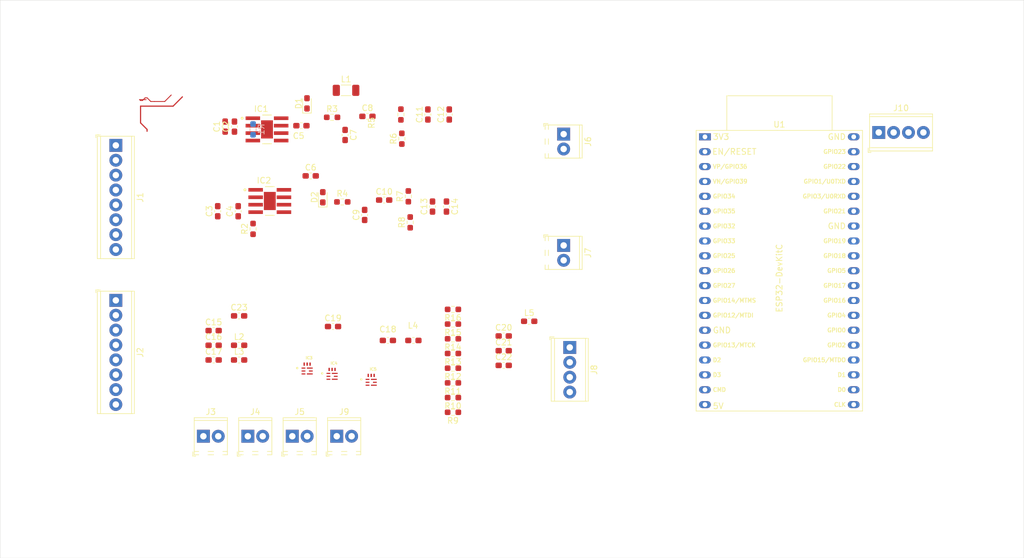
<source format=kicad_pcb>
(kicad_pcb (version 20240108) (generator "pcbnew") (generator_version "8.0")
  (layers (0 "F.Cu" signal "Top") (31 "B.Cu" signal "Bottom") (34 "B.Paste" user) (35 "F.Paste" user) (36 "B.SilkS" user "B.Silkscreen") (37 "F.SilkS" user "F.Silkscreen") (38 "B.Mask" user) (39 "F.Mask" user) (44 "Edge.Cuts" user))
  (net 0 "")
  (net 2 "Net-(IC1-RON)")
  (net 3 "GND")
  (net 4 "/Power/14V4")
  (net 5 "Net-(IC1-BST)")
  (net 6 "Net-(IC1-FB)")
  (net 7 "Net-(D1-K)")
  (net 8 "Net-(IC2-BST)")
  (net 9 "Net-(IC2-RON)")
  (net 11 "Net-(D2-K)")
  (net 12 "Net-(IC2-FB)")
  (net 13 "/Power/12VAMP")
  (net 14 "/Power/12V")
  (net 15 "Net-(C7-Pad1)")
  (net 16 "Net-(C10-Pad1)")
  (net 17 "Net-(IC3-SS{slash}TR)")
  (net 18 "Net-(IC4-SS{slash}TR)")
  (net 19 "Net-(IC5-SS{slash}TR)")
  (net 20 "Net-(IC3-SW)")
  (net 21 "Net-(IC4-SW)")
  (net 22 "Net-(IC5-SW)")
  (net 23 "Net-(IC3-MODE{slash}S-CONF)")
  (net 24 "Net-(IC3-PG)")
  (net 25 "Net-(IC3-FB{slash}VSET)")
  (net 26 "Net-(IC4-MODE{slash}S-CONF)")
  (net 27 "Net-(IC4-PG)")
  (net 28 "Net-(IC4-FB{slash}VSET)")
  (net 29 "Net-(IC5-MODE{slash}S-CONF)")
  (net 30 "Net-(IC5-PG)")
  (net 37 "Net-(J2-Pin_8)")
  (net 38 "Net-(J2-Pin_7)")
  (net 39 "Net-(J2-Pin_5)")
  (net 40 "Net-(J2-Pin_3)")
  (net 41 "Net-(J2-Pin_6)")
  (net 42 "Net-(J2-Pin_1)")
  (net 43 "Net-(J2-Pin_2)")
  (net 44 "Net-(J2-Pin_4)")
  (net 83 "3V3")
  (net 84 "1V8")
  (net 85 "1V2")
  (footprint "Capacitor_SMD:C_0603_1608Metric_Pad1.08x0.95mm_HandSolder" (layer "F.Cu") (at 72.54875 101.53125)
    (property "Reference" "C23" (at 0 -1.43 0) (layer "F.SilkS"))
    (property "Value" "22uF 1mR")
    (pad "1" smd roundrect (at -0.8625 0) (size 1.075 0.95) (layers "F.Cu" "F.Paste" "F.Mask") (net 3 "GND"))
    (pad "2" smd roundrect (at 0.8625 0) (size 1.075 0.95) (layers "F.Cu" "F.Paste" "F.Mask") (net 85 "1V2"))
  )
  (footprint "Resistor_SMD:R_0603_1608Metric_Pad0.98x0.95mm_HandSolder" (layer "F.Cu") (at 74.93 86.6775 90)
    (property "Reference" "R2" (at 0 -1.43 -90) (layer "F.SilkS"))
    (property "Value" "100kR")
    (pad "1" smd roundrect (at -0.9125 0 90) (size 0.975 0.95) (layers "F.Cu" "F.Paste" "F.Mask") (net 9 "Net-(IC2-RON)"))
    (pad "2" smd roundrect (at 0.9125 0 90) (size 0.975 0.95) (layers "F.Cu" "F.Paste" "F.Mask") (net 3 "GND"))
  )
  (footprint "Capacitor_SMD:C_0603_1608Metric_Pad1.08x0.95mm_HandSolder" (layer "F.Cu") (at 117.72375 107.47375)
    (property "Reference" "C21" (at 0 -1.43 0) (layer "F.SilkS"))
    (property "Value" "10uF 1mR")
    (pad "1" smd roundrect (at -0.8625 0) (size 1.075 0.95) (layers "F.Cu" "F.Paste" "F.Mask") (net 14 "/Power/12V"))
    (pad "2" smd roundrect (at 0.8625 0) (size 1.075 0.95) (layers "F.Cu" "F.Paste" "F.Mask") (net 3 "GND"))
  )
  (footprint "Resistor_SMD:R_0603_1608Metric_Pad0.98x0.95mm_HandSolder" (layer "F.Cu") (at 109.06125 112.97 180)
    (property "Reference" "R11" (at 0 -1.43 180) (layer "F.SilkS"))
    (property "Value" "249kR")
    (pad "1" smd roundrect (at -0.9125 0 180) (size 0.975 0.95) (layers "F.Cu" "F.Paste" "F.Mask") (net 3 "GND"))
    (pad "2" smd roundrect (at 0.9125 0 180) (size 0.975 0.95) (layers "F.Cu" "F.Paste" "F.Mask") (net 25 "Net-(IC3-FB{slash}VSET)"))
  )
  (footprint "Capacitor_SMD:C_0603_1608Metric_Pad1.08x0.95mm_HandSolder" (layer "F.Cu") (at 83.185 69.05625)
    (property "Reference" "C5" (at -0.47625 1.74625 0) (layer "F.SilkS"))
    (property "Value" "2.2nF 400mR")
    (pad "1" smd roundrect (at -0.8625 0) (size 1.075 0.95) (layers "F.Cu" "F.Paste" "F.Mask") (net 5 "Net-(IC1-BST)"))
    (pad "2" smd roundrect (at 0.8625 0) (size 1.075 0.95) (layers "F.Cu" "F.Paste" "F.Mask") (net 7 "Net-(D1-K)"))
  )
  (footprint "Resistor_SMD:R_0603_1608Metric_Pad0.98x0.95mm_HandSolder" (layer "F.Cu") (at 109.06125 110.46 180)
    (property "Reference" "R12" (at 0 -1.43 180) (layer "F.SilkS"))
    (property "Value" "40.2kR")
    (pad "1" smd roundrect (at -0.9125 0 180) (size 0.975 0.95) (layers "F.Cu" "F.Paste" "F.Mask") (net 26 "Net-(IC4-MODE{slash}S-CONF)"))
    (pad "2" smd roundrect (at 0.9125 0 180) (size 0.975 0.95) (layers "F.Cu" "F.Paste" "F.Mask") (net 3 "GND"))
  )
  (footprint "Resistor_SMD:R_0603_1608Metric_Pad0.98x0.95mm_HandSolder" (layer "F.Cu") (at 90.17 82.07375)
    (property "Reference" "R4" (at 0 -1.43 0) (layer "F.SilkS"))
    (property "Value" "40.404kR")
    (pad "1" smd roundrect (at -0.9125 0) (size 0.975 0.95) (layers "F.Cu" "F.Paste" "F.Mask") (net 11 "Net-(D2-K)"))
    (pad "2" smd roundrect (at 0.9125 0) (size 0.975 0.95) (layers "F.Cu" "F.Paste" "F.Mask") (net 16 "Net-(C10-Pad1)"))
  )
  (footprint "Capacitor_SMD:C_0603_1608Metric_Pad1.08x0.95mm_HandSolder" (layer "F.Cu") (at 68.19875 106.55125)
    (property "Reference" "C16" (at 0 -1.43 0) (layer "F.SilkS"))
    (property "Value" "22uF 1mR")
    (pad "1" smd roundrect (at -0.8625 0) (size 1.075 0.95) (layers "F.Cu" "F.Paste" "F.Mask") (net 3 "GND"))
    (pad "2" smd roundrect (at 0.8625 0) (size 1.075 0.95) (layers "F.Cu" "F.Paste" "F.Mask") (net 83 "3V3"))
  )
  (footprint "TerminalBlock_Phoenix:TerminalBlock_Phoenix_MPT-0,5-8-2.54_1x08_P2.54mm_Horizontal" (layer "F.Cu") (at 51.5 98.88 -90)
    (property "Reference" "J2" (at 8.89 -4.16 90) (layer "F.SilkS"))
    (property "Value" "Screw_Terminal_01x08")
    (pad "1" thru_hole rect (at 0 0 270) (size 2.2 2.2) (drill 1.1) (layers "*.Cu" "*.Mask") (net 42 "Net-(J2-Pin_1)"))
    (pad "2" thru_hole circle (at 2.54 0 270) (size 2.2 2.2) (drill 1.1) (layers "*.Cu" "*.Mask") (net 43 "Net-(J2-Pin_2)"))
    (pad "3" thru_hole circle (at 5.08 0 270) (size 2.2 2.2) (drill 1.1) (layers "*.Cu" "*.Mask") (net 40 "Net-(J2-Pin_3)"))
    (pad "4" thru_hole circle (at 7.62 0 270) (size 2.2 2.2) (drill 1.1) (layers "*.Cu" "*.Mask") (net 44 "Net-(J2-Pin_4)"))
    (pad "5" thru_hole circle (at 10.16 0 270) (size 2.2 2.2) (drill 1.1) (layers "*.Cu" "*.Mask") (net 39 "Net-(J2-Pin_5)"))
    (pad "6" thru_hole circle (at 12.7 0 270) (size 2.2 2.2) (drill 1.1) (layers "*.Cu" "*.Mask") (net 41 "Net-(J2-Pin_6)"))
    (pad "7" thru_hole circle (at 15.24 0 270) (size 2.2 2.2) (drill 1.1) (layers "*.Cu" "*.Mask") (net 38 "Net-(J2-Pin_7)"))
    (pad "8" thru_hole circle (at 17.78 0 270) (size 2.2 2.2) (drill 1.1) (layers "*.Cu" "*.Mask") (net 37 "Net-(J2-Pin_8)"))
  )
  (footprint "TerminalBlock_Phoenix:TerminalBlock_Phoenix_MPT-0,5-8-2.54_1x08_P2.54mm_Horizontal" (layer "F.Cu") (at 51.5 72.42 -90)
    (property "Reference" "J1" (at 8.89 -4.16 90) (layer "F.SilkS"))
    (property "Value" "Screw_Terminal_01x08")
    (pad "1" thru_hole rect (at 0 0 270) (size 2.2 2.2) (drill 1.1) (layers "*.Cu" "*.Mask"))
    (pad "2" thru_hole circle (at 2.54 0 270) (size 2.2 2.2) (drill 1.1) (layers "*.Cu" "*.Mask") (net 4 "/Power/14V4"))
    (pad "3" thru_hole circle (at 5.08 0 270) (size 2.2 2.2) (drill 1.1) (layers "*.Cu" "*.Mask") (net 3 "GND"))
    (pad "4" thru_hole circle (at 7.62 0 270) (size 2.2 2.2) (drill 1.1) (layers "*.Cu" "*.Mask"))
    (pad "5" thru_hole circle (at 10.16 0 270) (size 2.2 2.2) (drill 1.1) (layers "*.Cu" "*.Mask"))
    (pad "6" thru_hole circle (at 12.7 0 270) (size 2.2 2.2) (drill 1.1) (layers "*.Cu" "*.Mask"))
    (pad "7" thru_hole circle (at 15.24 0 270) (size 2.2 2.2) (drill 1.1) (layers "*.Cu" "*.Mask"))
    (pad "8" thru_hole circle (at 17.78 0 270) (size 2.2 2.2) (drill 1.1) (layers "*.Cu" "*.Mask"))
  )
  (footprint "TerminalBlock_Phoenix:TerminalBlock_Phoenix_MPT-0,5-4-2.54_1x04_P2.54mm_Horizontal" (layer "F.Cu") (at 129 106.92 -90)
    (property "Reference" "J8" (at 3.81 -4.16 90) (layer "F.SilkS"))
    (property "Value" "Screw_Terminal_01x04")
    (pad "1" thru_hole rect (at 0 0 270) (size 2.2 2.2) (drill 1.1) (layers "*.Cu" "*.Mask") (net 83 "3V3"))
    (pad "2" thru_hole circle (at 2.54 0 270) (size 2.2 2.2) (drill 1.1) (layers "*.Cu" "*.Mask") (net 84 "1V8"))
    (pad "3" thru_hole circle (at 5.08 0 270) (size 2.2 2.2) (drill 1.1) (layers "*.Cu" "*.Mask") (net 85 "1V2"))
    (pad "4" thru_hole circle (at 7.62 0 270) (size 2.2 2.2) (drill 1.1) (layers "*.Cu" "*.Mask") (net 3 "GND"))
  )
  (footprint "Resistor_SMD:R_0603_1608Metric_Pad0.98x0.95mm_HandSolder" (layer "F.Cu") (at 109.06125 107.95 180)
    (property "Reference" "R13" (at 0 -1.43 180) (layer "F.SilkS"))
    (property "Value" "100kR")
    (pad "1" smd roundrect (at -0.9125 0 180) (size 0.975 0.95) (layers "F.Cu" "F.Paste" "F.Mask") (net 27 "Net-(IC4-PG)"))
    (pad "2" smd roundrect (at 0.9125 0 180) (size 0.975 0.95) (layers "F.Cu" "F.Paste" "F.Mask") (net 84 "1V8"))
  )
  (footprint "Inductor_SMD:L_0603_1608Metric_Pad1.05x0.95mm_HandSolder" (layer "F.Cu") (at 102.29875 105.7275)
    (property "Reference" "L4" (at -0.06375 -2.54 0) (layer "F.SilkS"))
    (property "Value" "1uH 33mR")
    (pad "1" smd roundrect (at -0.875 0) (size 1.05 0.95) (layers "F.Cu" "F.Paste" "F.Mask") (net 21 "Net-(IC4-SW)"))
    (pad "2" smd roundrect (at 0.875 0) (size 1.05 0.95) (layers "F.Cu" "F.Paste" "F.Mask") (net 84 "1V8"))
  )
  (footprint "Resistor_SMD:R_0603_1608Metric_Pad0.98x0.95mm_HandSolder" (layer "F.Cu") (at 88.42375 67.6275)
    (property "Reference" "R3" (at 0 -1.43 0) (layer "F.SilkS"))
    (property "Value" "40.404kR")
    (pad "1" smd roundrect (at -0.9125 0) (size 0.975 0.95) (layers "F.Cu" "F.Paste" "F.Mask") (net 7 "Net-(D1-K)"))
    (pad "2" smd roundrect (at 0.9125 0) (size 0.975 0.95) (layers "F.Cu" "F.Paste" "F.Mask") (net 15 "Net-(C7-Pad1)"))
  )
  (footprint "Capacitor_SMD:C_0603_1608Metric_Pad1.08x0.95mm_HandSolder" (layer "F.Cu") (at 117.72375 104.96375)
    (property "Reference" "C20" (at 0 -1.43 0) (layer "F.SilkS"))
    (property "Value" "22uF 1mR")
    (pad "1" smd roundrect (at -0.8625 0) (size 1.075 0.95) (layers "F.Cu" "F.Paste" "F.Mask") (net 3 "GND"))
    (pad "2" smd roundrect (at 0.8625 0) (size 1.075 0.95) (layers "F.Cu" "F.Paste" "F.Mask") (net 84 "1V8"))
  )
  (footprint "Pers_Switching_Regulator:TPS62902RPJR" (layer "F.Cu") (at 95.10125 112.62125)
    (property "Reference" "IC5" (at 0.324 -1.9928 0) (layer "F.SilkS") (effects (font (size 0.48 0.48))))
    (property "Value" "TPS62902RPJR")
    (pad "1" smd rect (at -0.625 -0.25) (size 0.65 0.2) (layers "F.Cu" "F.Paste") (net 30 "Net-(IC5-PG)"))
    (pad "2" smd rect (at -0.625 0.25) (size 0.65 0.2) (layers "F.Cu" "F.Paste") (net 22 "Net-(IC5-SW)"))
    (pad "3" smd rect (at -0.625 0.75) (size 0.65 0.2) (layers "F.Cu" "F.Paste") (net 85 "1V2"))
    (pad "4" smd rect (at 0.45 0.75) (size 1 0.2) (layers "F.Cu" "F.Paste") (net 3 "GND"))
    (pad "5" smd rect (at 0.625 0.25) (size 0.65 0.2) (layers "F.Cu" "F.Paste") (net 14 "/Power/12V"))
    (pad "6" smd rect (at 0.45 -0.25) (size 1 0.2) (layers "F.Cu" "F.Paste") (net 14 "/Power/12V"))
    (pad "7" smd rect (at 0.5 -0.925) (size 0.25 0.55) (layers "F.Cu" "F.Paste") (net 29 "Net-(IC5-MODE{slash}S-CONF)"))
    (pad "8" smd rect (at 0 -0.925) (size 0.25 0.55) (layers "F.Cu" "F.Paste") (net 19 "Net-(IC5-SS{slash}TR)"))
    (pad "9" smd rect (at -0.5 -0.925) (size 0.25 0.55) (layers "F.Cu" "F.Paste") (net 3 "GND"))
  )
  (footprint "Inductor_SMD:L_1206_3216Metric_Pad1.22x1.90mm_HandSolder" (layer "F.Cu") (at 90.805 63.02375)
    (property "Reference" "L1" (at 0 -1.9 0) (layer "F.SilkS"))
    (property "Value" "47uH 48mR")
    (pad "1" smd roundrect (at -1.6625 0) (size 1.225 1.9) (layers "F.Cu" "F.Paste" "F.Mask") (roundrect_rratio 0.204082) (net 7 "Net-(D1-K)"))
    (pad "2" smd roundrect (at 1.6625 0) (size 1.225 1.9) (layers "F.Cu" "F.Paste" "F.Mask") (roundrect_rratio 0.204082) (net 13 "/Power/12VAMP"))
  )
  (footprint "Capacitor_SMD:C_0603_1608Metric_Pad1.08x0.95mm_HandSolder" (layer "F.Cu") (at 104.775 67.15125 90)
    (property "Reference" "C11" (at 0 -1.43 -90) (layer "F.SilkS"))
    (property "Value" "22uF 2mR")
    (pad "1" smd roundrect (at -0.8625 0 90) (size 1.075 0.95) (layers "F.Cu" "F.Paste" "F.Mask") (net 3 "GND"))
    (pad "2" smd roundrect (at 0.8625 0 90) (size 1.075 0.95) (layers "F.Cu" "F.Paste" "F.Mask") (net 13 "/Power/12VAMP"))
  )
  (footprint "Resistor_SMD:R_0603_1608Metric_Pad0.98x0.95mm_HandSolder" (layer "F.Cu") (at 100.33 71.27875 90)
    (property "Reference" "R6" (at 0 -1.43 -90) (layer "F.SilkS"))
    (property "Value" "49.9kR")
    (pad "1" smd roundrect (at -0.9125 0 90) (size 0.975 0.95) (layers "F.Cu" "F.Paste" "F.Mask") (net 3 "GND"))
    (pad "2" smd roundrect (at 0.9125 0 90) (size 0.975 0.95) (layers "F.Cu" "F.Paste" "F.Mask") (net 6 "Net-(IC1-FB)"))
  )
  (footprint "Capacitor_SMD:C_0603_1608Metric_Pad1.08x0.95mm_HandSolder" (layer "F.Cu") (at 90.64625 70.64375 -90)
    (property "Reference" "C7" (at 0 -1.43 90) (layer "F.SilkS"))
    (property "Value" "47pF 115mR")
    (pad "1" smd roundrect (at -0.8625 0 270) (size 1.075 0.95) (layers "F.Cu" "F.Paste" "F.Mask") (net 15 "Net-(C7-Pad1)"))
    (pad "2" smd roundrect (at 0.8625 0 270) (size 1.075 0.95) (layers "F.Cu" "F.Paste" "F.Mask") (net 6 "Net-(IC1-FB)"))
  )
  (footprint "Capacitor_SMD:C_0603_1608Metric_Pad1.08x0.95mm_HandSolder" (layer "F.Cu") (at 97.94875 105.7275)
    (property "Reference" "C18" (at 0 -1.905 0) (layer "F.SilkS"))
    (property "Value" "10uF 1mR")
    (pad "1" smd roundrect (at -0.8625 0) (size 1.075 0.95) (layers "F.Cu" "F.Paste" "F.Mask") (net 14 "/Power/12V"))
    (pad "2" smd roundrect (at 0.8625 0) (size 1.075 0.95) (layers "F.Cu" "F.Paste" "F.Mask") (net 3 "GND"))
  )
  (footprint "Resistor_SMD:R_0603_1608Metric_Pad0.98x0.95mm_HandSolder" (layer "F.Cu") (at 109.06125 117.99 180)
    (property "Reference" "R9" (at 0 -1.43 180) (layer "F.SilkS"))
    (property "Value" "40.2kR")
    (pad "1" smd roundrect (at -0.9125 0 180) (size 0.975 0.95) (layers "F.Cu" "F.Paste" "F.Mask") (net 23 "Net-(IC3-MODE{slash}S-CONF)"))
    (pad "2" smd roundrect (at 0.9125 0 180) (size 0.975 0.95) (layers "F.Cu" "F.Paste" "F.Mask") (net 3 "GND"))
  )
  (footprint "TerminalBlock_Phoenix:TerminalBlock_Phoenix_MPT-0,5-2-2.54_1x02_P2.54mm_Horizontal" (layer "F.Cu") (at 89.2175 122.07875)
    (property "Reference" "J9" (at 1.27 -4.16 0) (layer "F.SilkS"))
    (property "Value" "Screw_Terminal_01x02")
    (pad "" np_thru_hole circle (at 0 2.54) (size 1.1 1.1) (drill 1.1) (layers "*.Cu" "*.Mask"))
    (pad "" np_thru_hole circle (at 2.54 2.54) (size 1.1 1.1) (drill 1.1) (layers "*.Cu" "*.Mask"))
    (pad "1" thru_hole rect (at 0 0) (size 2.2 2.2) (drill 1.1) (layers "*.Cu" "*.Mask") (net 38 "Net-(J2-Pin_7)"))
    (pad "2" thru_hole circle (at 2.54 0) (size 2.2 2.2) (drill 1.1) (layers "*.Cu" "*.Mask") (net 37 "Net-(J2-Pin_8)"))
  )
  (footprint "Capacitor_SMD:C_0603_1608Metric_Pad1.08x0.95mm_HandSolder" (layer "F.Cu") (at 71.755 69.215 90)
    (property "Reference" "C2" (at 0 -1.43 -90) (layer "F.SilkS"))
    (property "Value" "2.2uF 1.73mR")
    (pad "1" smd roundrect (at -0.8625 0 90) (size 1.075 0.95) (layers "F.Cu" "F.Paste" "F.Mask") (net 4 "/Power/14V4"))
    (pad "2" smd roundrect (at 0.8625 0 90) (size 1.075 0.95) (layers "F.Cu" "F.Paste" "F.Mask") (net 3 "GND"))
  )
  (footprint "Capacitor_SMD:C_0603_1608Metric_Pad1.08x0.95mm_HandSolder" (layer "F.Cu") (at 97.31375 81.75625)
    (property "Reference" "C10" (at 0 -1.43 0) (layer "F.SilkS"))
    (property "Value" "3.3nF 332mR")
    (pad "1" smd roundrect (at -0.8625 0) (size 1.075 0.95) (layers "F.Cu" "F.Paste" "F.Mask") (net 16 "Net-(C10-Pad1)"))
    (pad "2" smd roundrect (at 0.8625 0) (size 1.075 0.95) (layers "F.Cu" "F.Paste" "F.Mask") (net 14 "/Power/12V"))
  )
  (footprint "Capacitor_SMD:C_0603_1608Metric_Pad1.08x0.95mm_HandSolder" (layer "F.Cu") (at 94.45625 67.46875)
    (property "Reference" "C8" (at 0 -1.43 0) (layer "F.SilkS"))
    (property "Value" "3.3nF 332mR")
    (pad "1" smd roundrect (at -0.8625 0) (size 1.075 0.95) (layers "F.Cu" "F.Paste" "F.Mask") (net 15 "Net-(C7-Pad1)"))
    (pad "2" smd roundrect (at 0.8625 0) (size 1.075 0.95) (layers "F.Cu" "F.Paste" "F.Mask") (net 13 "/Power/12VAMP"))
  )
  (footprint "Pers_Switching_Regulator:TPS62902RPJR" (layer "F.Cu") (at 84.16375 110.6925)
    (property "Reference" "IC3" (at 0.324 -1.9928 0) (layer "F.SilkS") (effects (font (size 0.48 0.48))))
    (property "Value" "TPS62902RPJR")
    (pad "1" smd rect (at -0.625 -0.25) (size 0.65 0.2) (layers "F.Cu" "F.Paste") (net 24 "Net-(IC3-PG)"))
    (pad "2" smd rect (at -0.625 0.25) (size 0.65 0.2) (layers "F.Cu" "F.Paste") (net 20 "Net-(IC3-SW)"))
    (pad "3" smd rect (at -0.625 0.75) (size 0.65 0.2) (layers "F.Cu" "F.Paste") (net 83 "3V3"))
    (pad "4" smd rect (at 0.45 0.75) (size 1 0.2) (layers "F.Cu" "F.Paste") (net 3 "GND"))
    (pad "5" smd rect (at 0.625 0.25) (size 0.65 0.2) (layers "F.Cu" "F.Paste") (net 14 "/Power/12V"))
    (pad "6" smd rect (at 0.45 -0.25) (size 1 0.2) (layers "F.Cu" "F.Paste") (net 14 "/Power/12V"))
    (pad "7" smd rect (at 0.5 -0.925) (size 0.25 0.55) (layers "F.Cu" "F.Paste") (net 23 "Net-(IC3-MODE{slash}S-CONF)"))
    (pad "8" smd rect (at 0 -0.925) (size 0.25 0.55) (layers "F.Cu" "F.Paste") (net 17 "Net-(IC3-SS{slash}TR)"))
    (pad "9" smd rect (at -0.5 -0.925) (size 0.25 0.55) (layers "F.Cu" "F.Paste") (net 25 "Net-(IC3-FB{slash}VSET)"))
  )
  (footprint "Capacitor_SMD:C_0603_1608Metric_Pad1.08x0.95mm_HandSolder" (layer "F.Cu") (at 88.5825 103.34625)
    (property "Reference" "C19" (at 0 -1.43 0) (layer "F.SilkS"))
    (property "Value" "1nF 1mR")
    (pad "1" smd roundrect (at -0.8625 0) (size 1.075 0.95) (layers "F.Cu" "F.Paste" "F.Mask") (net 18 "Net-(IC4-SS{slash}TR)"))
    (pad "2" smd roundrect (at 0.8625 0) (size 1.075 0.95) (layers "F.Cu" "F.Paste" "F.Mask") (net 3 "GND"))
  )
  (footprint "Pers_Switching_Regulator:LM5012" (layer "F.Cu") (at 77.31125 69.69125)
    (property "Reference" "IC1" (at -1 -3.5 0) (layer "F.SilkS"))
    (property "Value" "LM5012DDAR" (hide yes))
    (pad "1" smd rect (at -2.416066 -1.905) (size 2.474067 0.622132) (layers "F.Cu" "F.Paste" "F.Mask") (net 3 "GND"))
    (pad "2" smd rect (at -2.416066 -0.635) (size 2.474067 0.622132) (layers "F.Cu" "F.Paste" "F.Mask") (net 4 "/Power/14V4"))
    (pad "3" smd rect (at -2.416066 0.635) (size 2.474067 0.622132) (layers "F.Cu" "F.Paste" "F.Mask") (net 4 "/Power/14V4"))
    (pad "4" smd rect (at -2.416066 1.905) (size 2.474067 0.622132) (layers "F.Cu" "F.Paste" "F.Mask") (net 2 "Net-(IC1-RON)"))
    (pad "5" smd rect (at 2.416066 1.905) (size 2.474067 0.622132) (layers "F.Cu" "F.Paste" "F.Mask") (net 6 "Net-(IC1-FB)"))
    (pad "6" smd rect (at 2.416066 0.635) (size 2.474067 0.622132) (layers "F.Cu" "F.Paste" "F.Mask"))
    (pad "7" smd rect (at 2.416066 -0.635) (size 2.474067 0.622132) (layers "F.Cu" "F.Paste" "F.Mask") (net 5 "Net-(IC1-BST)"))
    (pad "8" smd rect (at 2.416066 -1.905) (size 2.474067 0.622132) (layers "F.Cu" "F.Paste" "F.Mask") (net 7 "Net-(D1-K)"))
    (pad "9" smd rect (at 0 0) (size 2.025 3.099999) (layers "F.Cu" "F.Mask") (net 3 "GND"))
  )
  (footprint "Capacitor_SMD:C_0603_1608Metric_Pad1.08x0.95mm_HandSolder" (layer "F.Cu") (at 84.7725 77.62875)
    (property "Reference" "C6" (at 0 -1.43 0) (layer "F.SilkS"))
    (property "Value" "2.2nF 400mR")
    (pad "1" smd roundrect (at -0.8625 0) (size 1.075 0.95) (layers "F.Cu" "F.Paste" "F.Mask") (net 8 "Net-(IC2-BST)"))
    (pad "2" smd roundrect (at 0.8625 0) (size 1.075 0.95) (layers "F.Cu" "F.Paste" "F.Mask") (net 11 "Net-(D2-K)"))
  )
  (footprint "Capacitor_SMD:C_0603_1608Metric_Pad1.08x0.95mm_HandSolder" (layer "F.Cu") (at 68.19875 104.04125)
    (property "Reference" "C15" (at 0 -1.43 0) (layer "F.SilkS"))
    (property "Value" "10uF 1mR")
    (pad "1" smd roundrect (at -0.8625 0) (size 1.075 0.95) (layers "F.Cu" "F.Paste" "F.Mask") (net 14 "/Power/12V"))
    (pad "2" smd roundrect (at 0.8625 0) (size 1.075 0.95) (layers "F.Cu" "F.Paste" "F.Mask") (net 3 "GND"))
  )
  (footprint "Resistor_SMD:R_0603_1608Metric_Pad0.98x0.95mm_HandSolder" (layer "F.Cu") (at 109.06125 115.48 180)
    (property "Reference" "R10" (at 0 -1.43 180) (layer "F.SilkS"))
    (property "Value" "100kR")
    (pad "1" smd roundrect (at -0.9125 0 180) (size 0.975 0.95) (layers "F.Cu" "F.Paste" "F.Mask") (net 24 "Net-(IC3-PG)"))
    (pad "2" smd roundrect (at 0.9125 0 180) (size 0.975 0.95) (layers "F.Cu" "F.Paste" "F.Mask") (net 83 "3V3"))
  )
  (footprint "Diode_SMD:D_0603_1608Metric_Pad1.05x0.95mm_HandSolder" (layer "F.Cu") (at 86.83625 81.28 90)
    (property "Reference" "D2" (at 0 -1.43 -90) (layer "F.SilkS"))
    (property "Value" "1.05V 10A")
    (pad "1" smd roundrect (at -0.875 0 90) (size 1.05 0.95) (layers "F.Cu" "F.Paste" "F.Mask") (net 11 "Net-(D2-K)"))
    (pad "2" smd roundrect (at 0.875 0 90) (size 1.05 0.95) (layers "F.Cu" "F.Paste" "F.Mask") (net 3 "GND"))
  )
  (footprint "Pers_Switching_Regulator:LM5012" (layer "F.Cu") (at 77.7875 81.915)
    (property "Reference" "IC2" (at -1 -3.5 0) (layer "F.SilkS"))
    (property "Value" "LM5012DDAR" (hide yes))
    (pad "1" smd rect (at -2.416066 -1.905) (size 2.474067 0.622132) (layers "F.Cu" "F.Paste" "F.Mask") (net 3 "GND"))
    (pad "2" smd rect (at -2.416066 -0.635) (size 2.474067 0.622132) (layers "F.Cu" "F.Paste" "F.Mask") (net 4 "/Power/14V4"))
    (pad "3" smd rect (at -2.416066 0.635) (size 2.474067 0.622132) (layers "F.Cu" "F.Paste" "F.Mask") (net 4 "/Power/14V4"))
    (pad "4" smd rect (at -2.416066 1.905) (size 2.474067 0.622132) (layers "F.Cu" "F.Paste" "F.Mask") (net 9 "Net-(IC2-RON)"))
    (pad "5" smd rect (at 2.416066 1.905) (size 2.474067 0.622132) (layers "F.Cu" "F.Paste" "F.Mask") (net 12 "Net-(IC2-FB)"))
    (pad "6" smd rect (at 2.416066 0.635) (size 2.474067 0.622132) (layers "F.Cu" "F.Paste" "F.Mask"))
    (pad "7" smd rect (at 2.416066 -0.635) (size 2.474067 0.622132) (layers "F.Cu" "F.Paste" "F.Mask") (net 8 "Net-(IC2-BST)"))
    (pad "8" smd rect (at 2.416066 -1.905) (size 2.474067 0.622132) (layers "F.Cu" "F.Paste" "F.Mask") (net 11 "Net-(D2-K)"))
    (pad "9" smd rect (at 0 0) (size 2.025 3.099999) (layers "F.Cu" "F.Mask") (net 3 "GND"))
  )
  (footprint "Resistor_SMD:R_0603_1608Metric_Pad0.98x0.95mm_HandSolder" (layer "F.Cu") (at 109.06125 105.44 180)
    (property "Reference" "R14" (at 0 -1.43 180) (layer "F.SilkS"))
    (property "Value" "21kR")
    (pad "1" smd roundrect (at -0.9125 0 180) (size 0.975 0.95) (layers "F.Cu" "F.Paste" "F.Mask") (net 3 "GND"))
    (pad "2" smd roundrect (at 0.9125 0 180) (size 0.975 0.95) (layers "F.Cu" "F.Paste" "F.Mask") (net 28 "Net-(IC4-FB{slash}VSET)"))
  )
  (footprint "TerminalBlock_Phoenix:TerminalBlock_Phoenix_MPT-0,5-4-2.54_1x04_P2.54mm_Horizontal" (layer "F.Cu") (at 181.75368 70.2146)
    (property "Reference" "J10" (at 3.81 -4.16 0) (layer "F.SilkS"))
    (property "Value" "Screw_Terminal_01x04")
    (pad "1" thru_hole rect (at 0 0) (size 2.2 2.2) (drill 1.1) (layers "*.Cu" "*.Mask"))
    (pad "2" thru_hole circle (at 2.54 0) (size 2.2 2.2) (drill 1.1) (layers "*.Cu" "*.Mask"))
    (pad "3" thru_hole circle (at 5.08 0) (size 2.2 2.2) (drill 1.1) (layers "*.Cu" "*.Mask"))
    (pad "4" thru_hole circle (at 7.62 0) (size 2.2 2.2) (drill 1.1) (layers "*.Cu" "*.Mask"))
  )
  (footprint "Capacitor_SMD:C_0603_1608Metric_Pad1.08x0.95mm_HandSolder" (layer "F.Cu") (at 70.1675 69.215 90)
    (property "Reference" "C1" (at 0 -1.43 -90) (layer "F.SilkS"))
    (property "Value" "2.2uF 1.73mR")
    (pad "1" smd roundrect (at -0.8625 0 90) (size 1.075 0.95) (layers "F.Cu" "F.Paste" "F.Mask") (net 4 "/Power/14V4"))
    (pad "2" smd roundrect (at 0.8625 0 90) (size 1.075 0.95) (layers "F.Cu" "F.Paste" "F.Mask") (net 3 "GND"))
  )
  (footprint "Capacitor_SMD:C_0603_1608Metric_Pad1.08x0.95mm_HandSolder" (layer "F.Cu") (at 68.8975 83.66125 90)
    (property "Reference" "C3" (at 0 -1.43 -90) (layer "F.SilkS"))
    (property "Value" "2.2uF 1.73mR")
    (pad "1" smd roundrect (at -0.8625 0 90) (size 1.075 0.95) (layers "F.Cu" "F.Paste" "F.Mask") (net 4 "/Power/14V4"))
    (pad "2" smd roundrect (at 0.8625 0 90) (size 1.075 0.95) (layers "F.Cu" "F.Paste" "F.Mask") (net 3 "GND"))
  )
  (footprint "Capacitor_SMD:C_0603_1608Metric_Pad1.08x0.95mm_HandSolder" (layer "F.Cu") (at 107.95 82.8675 -90)
    (property "Reference" "C14" (at 0 -1.43 90) (layer "F.SilkS"))
    (property "Value" "22uF 2mR")
    (pad "1" smd roundrect (at -0.8625 0 270) (size 1.075 0.95) (layers "F.Cu" "F.Paste" "F.Mask") (net 3 "GND"))
    (pad "2" smd roundrect (at 0.8625 0 270) (size 1.075 0.95) (layers "F.Cu" "F.Paste" "F.Mask") (net 14 "/Power/12V"))
  )
  (footprint "Capacitor_SMD:C_0603_1608Metric_Pad1.08x0.95mm_HandSolder" (layer "F.Cu") (at 72.39 83.66125 90)
    (property "Reference" "C4" (at 0 -1.43 -90) (layer "F.SilkS"))
    (property "Value" "2.2uF 1.73mR")
    (pad "1" smd roundrect (at -0.8625 0 90) (size 1.075 0.95) (layers "F.Cu" "F.Paste" "F.Mask") (net 4 "/Power/14V4"))
    (pad "2" smd roundrect (at 0.8625 0 90) (size 1.075 0.95) (layers "F.Cu" "F.Paste" "F.Mask") (net 3 "GND"))
  )
  (footprint "TerminalBlock_Phoenix:TerminalBlock_Phoenix_MPT-0,5-2-2.54_1x02_P2.54mm_Horizontal" (layer "F.Cu") (at 127.96 70.5 -90)
    (property "Reference" "J6" (at 1.27 -4.16 90) (layer "F.SilkS"))
    (property "Value" "Screw_Terminal_01x02")
    (pad "" np_thru_hole circle (at 0 2.54 270) (size 1.1 1.1) (drill 1.1) (layers "*.Cu" "*.Mask"))
    (pad "" np_thru_hole circle (at 2.54 2.54 270) (size 1.1 1.1) (drill 1.1) (layers "*.Cu" "*.Mask"))
    (pad "1" thru_hole rect (at 0 0 270) (size 2.2 2.2) (drill 1.1) (layers "*.Cu" "*.Mask") (net 13 "/Power/12VAMP"))
    (pad "2" thru_hole circle (at 2.54 0 270) (size 2.2 2.2) (drill 1.1) (layers "*.Cu" "*.Mask") (net 3 "GND"))
  )
  (footprint "Capacitor_SMD:C_0603_1608Metric_Pad1.08x0.95mm_HandSolder" (layer "F.Cu") (at 68.19875 109.06125)
    (property "Reference" "C17" (at 0 -1.43 0) (layer "F.SilkS"))
    (property "Value" "1nF 1mR")
    (pad "1" smd roundrect (at -0.8625 0) (size 1.075 0.95) (layers "F.Cu" "F.Paste" "F.Mask") (net 17 "Net-(IC3-SS{slash}TR)"))
    (pad "2" smd roundrect (at 0.8625 0) (size 1.075 0.95) (layers "F.Cu" "F.Paste" "F.Mask") (net 3 "GND"))
  )
  (footprint "Resistor_SMD:R_0603_1608Metric_Pad0.98x0.95mm_HandSolder" (layer "F.Cu") (at 101.44125 81.12125 90)
    (property "Reference" "R7" (at 0 -1.43 -90) (layer "F.SilkS"))
    (property "Value" "453kR")
    (pad "1" smd roundrect (at -0.9125 0 90) (size 0.975 0.95) (layers "F.Cu" "F.Paste" "F.Mask") (net 12 "Net-(IC2-FB)"))
    (pad "2" smd roundrect (at 0.9125 0 90) (size 0.975 0.95) (layers "F.Cu" "F.Paste" "F.Mask") (net 14 "/Power/12V"))
  )
  (footprint "Resistor_SMD:R_0603_1608Metric_Pad0.98x0.95mm_HandSolder" (layer "F.Cu") (at 100.17125 67.15125 90)
    (property "Reference" "R5" (at -1.42875 -5.01125 -90) (layer "F.SilkS"))
    (property "Value" "453kR")
    (pad "1" smd roundrect (at -0.9125 0 90) (size 0.975 0.95) (layers "F.Cu" "F.Paste" "F.Mask") (net 6 "Net-(IC1-FB)"))
    (pad "2" smd roundrect (at 0.9125 0 90) (size 0.975 0.95) (layers "F.Cu" "F.Paste" "F.Mask") (net 13 "/Power/12VAMP"))
  )
  (footprint "Pers_Switching_Regulator:TPS62902RPJR" (layer "F.Cu") (at 88.42375 111.60125)
    (property "Reference" "IC4" (at 0.324 -1.9928 0) (layer "F.SilkS") (effects (font (size 0.48 0.48))))
    (property "Value" "TPS62902RPJR")
    (pad "1" smd rect (at -0.625 -0.25) (size 0.65 0.2) (layers "F.Cu" "F.Paste") (net 27 "Net-(IC4-PG)"))
    (pad "2" smd rect (at -0.625 0.25) (size 0.65 0.2) (layers "F.Cu" "F.Paste") (net 21 "Net-(IC4-SW)"))
    (pad "3" smd rect (at -0.625 0.75) (size 0.65 0.2) (layers "F.Cu" "F.Paste") (net 84 "1V8"))
    (pad "4" smd rect (at 0.45 0.75) (size 1 0.2) (layers "F.Cu" "F.Paste") (net 3 "GND"))
    (pad "5" smd rect (at 0.625 0.25) (size 0.65 0.2) (layers "F.Cu" "F.Paste") (net 14 "/Power/12V"))
    (pad "6" smd rect (at 0.45 -0.25) (size 1 0.2) (layers "F.Cu" "F.Paste") (net 14 "/Power/12V"))
    (pad "7" smd rect (at 0.5 -0.925) (size 0.25 0.55) (layers "F.Cu" "F.Paste") (net 26 "Net-(IC4-MODE{slash}S-CONF)"))
    (pad "8" smd rect (at 0 -0.925) (size 0.25 0.55) (layers "F.Cu" "F.Paste") (net 18 "Net-(IC4-SS{slash}TR)"))
    (pad "9" smd rect (at -0.5 -0.925) (size 0.25 0.55) (layers "F.Cu" "F.Paste") (net 28 "Net-(IC4-FB{slash}VSET)"))
  )
  (footprint "Resistor_SMD:R_0603_1608Metric_Pad0.98x0.95mm_HandSolder" (layer "F.Cu") (at 101.75875 85.56625 90)
    (property "Reference" "R8" (at 0 -1.43 -90) (layer "F.SilkS"))
    (property "Value" "49.9kR")
    (pad "1" smd roundrect (at -0.9125 0 90) (size 0.975 0.95) (layers "F.Cu" "F.Paste" "F.Mask") (net 3 "GND"))
    (pad "2" smd roundrect (at 0.9125 0 90) (size 0.975 0.95) (layers "F.Cu" "F.Paste" "F.Mask") (net 12 "Net-(IC2-FB)"))
  )
  (footprint "TerminalBlock_Phoenix:TerminalBlock_Phoenix_MPT-0,5-2-2.54_1x02_P2.54mm_Horizontal" (layer "F.Cu") (at 127.96 89.5 -90)
    (property "Reference" "J7" (at 1.27 -4.16 90) (layer "F.SilkS"))
    (property "Value" "Screw_Terminal_01x02")
    (pad "" np_thru_hole circle (at 0 2.54 270) (size 1.1 1.1) (drill 1.1) (layers "*.Cu" "*.Mask"))
    (pad "" np_thru_hole circle (at 2.54 2.54 270) (size 1.1 1.1) (drill 1.1) (layers "*.Cu" "*.Mask"))
    (pad "1" thru_hole rect (at 0 0 270) (size 2.2 2.2) (drill 1.1) (layers "*.Cu" "*.Mask") (net 14 "/Power/12V"))
    (pad "2" thru_hole circle (at 2.54 0 270) (size 2.2 2.2) (drill 1.1) (layers "*.Cu" "*.Mask") (net 3 "GND"))
  )
  (footprint "Capacitor_SMD:C_0603_1608Metric_Pad1.08x0.95mm_HandSolder" (layer "F.Cu") (at 93.98 84.29625 90)
    (property "Reference" "C9" (at 0 -1.43 -90) (layer "F.SilkS"))
    (property "Value" "47pF 115mR")
    (pad "1" smd roundrect (at -0.8625 0 90) (size 1.075 0.95) (layers "F.Cu" "F.Paste" "F.Mask") (net 16 "Net-(C10-Pad1)"))
    (pad "2" smd roundrect (at 0.8625 0 90) (size 1.075 0.95) (layers "F.Cu" "F.Paste" "F.Mask") (net 12 "Net-(IC2-FB)"))
  )
  (footprint "TerminalBlock_Phoenix:TerminalBlock_Phoenix_MPT-0,5-2-2.54_1x02_P2.54mm_Horizontal" (layer "F.Cu") (at 81.6275 122.07875)
    (property "Reference" "J5" (at 1.27 -4.16 0) (layer "F.SilkS"))
    (property "Value" "Screw_Terminal_01x02")
    (pad "" np_thru_hole circle (at 0 2.54) (size 1.1 1.1) (drill 1.1) (layers "*.Cu" "*.Mask"))
    (pad "" np_thru_hole circle (at 2.54 2.54) (size 1.1 1.1) (drill 1.1) (layers "*.Cu" "*.Mask"))
    (pad "1" thru_hole rect (at 0 0) (size 2.2 2.2) (drill 1.1) (layers "*.Cu" "*.Mask") (net 39 "Net-(J2-Pin_5)"))
    (pad "2" thru_hole circle (at 2.54 0) (size 2.2 2.2) (drill 1.1) (layers "*.Cu" "*.Mask") (net 41 "Net-(J2-Pin_6)"))
  )
  (footprint "Capacitor_SMD:C_0603_1608Metric_Pad1.08x0.95mm_HandSolder" (layer "F.Cu") (at 108.42625 67.15125 90)
    (property "Reference" "C12" (at 0 -1.43 -90) (layer "F.SilkS"))
    (property "Value" "22uF 2mR")
    (pad "1" smd roundrect (at -0.8625 0 90) (size 1.075 0.95) (layers "F.Cu" "F.Paste" "F.Mask") (net 3 "GND"))
    (pad "2" smd roundrect (at 0.8625 0 90) (size 1.075 0.95) (layers "F.Cu" "F.Paste" "F.Mask") (net 13 "/Power/12VAMP"))
  )
  (footprint "Capacitor_SMD:C_0603_1608Metric_Pad1.08x0.95mm_HandSolder" (layer "F.Cu") (at 105.56875 82.8675 90)
    (property "Reference" "C13" (at 0 -1.43 -90) (layer "F.SilkS"))
    (property "Value" "22uF 2mR")
    (pad "1" smd roundrect (at -0.8625 0 90) (size 1.075 0.95) (layers "F.Cu" "F.Paste" "F.Mask") (net 3 "GND"))
    (pad "2" smd roundrect (at 0.8625 0 90) (size 1.075 0.95) (layers "F.Cu" "F.Paste" "F.Mask") (net 14 "/Power/12V"))
  )
  (footprint "TerminalBlock_Phoenix:TerminalBlock_Phoenix_MPT-0,5-2-2.54_1x02_P2.54mm_Horizontal" (layer "F.Cu") (at 66.4475 122.07875)
    (property "Reference" "J3" (at 1.27 -4.16 0) (layer "F.SilkS"))
    (property "Value" "Screw_Terminal_01x02")
    (pad "" np_thru_hole circle (at 0 2.54) (size 1.1 1.1) (drill 1.1) (layers "*.Cu" "*.Mask"))
    (pad "" np_thru_hole circle (at 2.54 2.54) (size 1.1 1.1) (drill 1.1) (layers "*.Cu" "*.Mask"))
    (pad "1" thru_hole rect (at 0 0) (size 2.2 2.2) (drill 1.1) (layers "*.Cu" "*.Mask") (net 42 "Net-(J2-Pin_1)"))
    (pad "2" thru_hole circle (at 2.54 0) (size 2.2 2.2) (drill 1.1) (layers "*.Cu" "*.Mask") (net 43 "Net-(J2-Pin_2)"))
  )
  (footprint "Capacitor_SMD:C_0603_1608Metric_Pad1.08x0.95mm_HandSolder" (layer "F.Cu") (at 117.72375 109.98375)
    (property "Reference" "C22" (at 0 -1.43 0) (layer "F.SilkS"))
    (property "Value" "1nF 1mR")
    (pad "1" smd roundrect (at -0.8625 0) (size 1.075 0.95) (layers "F.Cu" "F.Paste" "F.Mask") (net 19 "Net-(IC5-SS{slash}TR)"))
    (pad "2" smd roundrect (at 0.8625 0) (size 1.075 0.95) (layers "F.Cu" "F.Paste" "F.Mask") (net 3 "GND"))
  )
  (footprint "Inductor_SMD:L_0603_1608Metric_Pad1.05x0.95mm_HandSolder" (layer "F.Cu") (at 122.07375 102.45375)
    (property "Reference" "L5" (at 0 -1.43 0) (layer "F.SilkS"))
    (property "Value" "1uH 33mR")
    (pad "1" smd roundrect (at -0.875 0) (size 1.05 0.95) (layers "F.Cu" "F.Paste" "F.Mask") (net 22 "Net-(IC5-SW)"))
    (pad "2" smd roundrect (at 0.875 0) (size 1.05 0.95) (layers "F.Cu" "F.Paste" "F.Mask") (net 85 "1V2"))
  )
  (footprint "Espressif:ESP32-DevKitC" (layer "F.Cu") (at 152.0825 70.96125)
    (property "Reference" "U1" (at 12.7 -2.1 0) (layer "F.SilkS"))
    (property "Value" "ESP32-DevKitC" (at 12.7 24.13 90) (layer "F.SilkS"))
    (fp_text user "GPIO4" (at 24.13 30.48 0) (layer "F.SilkS") (effects (font (size 0.7 0.7)) (justify right)))
    (fp_text user "GND" (at 24.13 0 0) (layer "F.SilkS") (effects (justify right)))
    (fp_text user "5V" (at 1.26632 45.97128 0) (layer "F.SilkS") (effects (justify left)))
    (fp_text user "GPIO17" (at 24.13 25.4 0) (layer "F.SilkS") (effects (font (size 0.7 0.7)) (justify right)))
    (fp_text user "VP/GPIO36" (at 1.27 5.08 0) (layer "F.SilkS") (effects (font (size 0.7 0.7)) (justify left)))
    (fp_text user "GPIO26" (at 1.27 22.86 0) (layer "F.SilkS") (effects (font (size 0.7 0.7)) (justify left)))
    (fp_text user "D2" (at 1.27 38.1 0) (layer "F.SilkS") (effects (font (size 0.7 0.7)) (justify left)))
    (fp_text user "CLK" (at 24.13 45.72 0) (layer "F.SilkS") (effects (font (size 0.7 0.7)) (justify right)))
    (fp_text user "GPIO21" (at 24.13 12.7 0) (layer "F.SilkS") (effects (font (size 0.7 0.7)) (justify right)))
    (fp_text user "CMD" (at 1.27 43.18 0) (layer "F.SilkS") (effects (font (size 0.7 0.7)) (justify left)))
    (fp_text user "VN/GPIO39" (at 1.27 7.62 0) (layer "F.SilkS") (effects (font (size 0.7 0.7)) (justify left)))
    (fp_text user "GPIO25" (at 1.27 20.32 0) (layer "F.SilkS") (effects (font (size 0.7 0.7)) (justify left)))
    (fp_text user "GPIO27" (at 1.27 25.4 0) (layer "F.SilkS") (effects (font (size 0.7 0.7)) (justify left)))
    (fp_text user "GPIO23" (at 24.13 2.54 0) (layer "F.SilkS") (effects (font (size 0.7 0.7)) (justify right)))
    (fp_text user "D3" (at 1.27 40.64 0) (layer "F.SilkS") (effects (font (size 0.7 0.7)) (justify left)))
    (fp_text user "3V3" (at 1.27 0 0) (layer "F.SilkS") (effects (justify left)))
    (fp_text user "GPIO16" (at 24.13 27.94 0) (layer "F.SilkS") (effects (font (size 0.7 0.7)) (justify right)))
    (fp_text user "GPIO1/U0TXD" (at 24.13 7.62 0) (layer "F.SilkS") (effects (font (size 0.7 0.7)) (justify right)))
    (fp_text user "GPIO18" (at 24.13 20.32 0) (layer "F.SilkS") (effects (font (size 0.7 0.7)) (justify right)))
    (fp_text user "D1" (at 24.13 40.64 0) (layer "F.SilkS") (effects (font (size 0.7 0.7)) (justify right)))
    (fp_text user "GND" (at 24.13 15.24 0) (layer "F.SilkS") (effects (justify right)))
    (fp_text user "D0" (at 24.13 43.18 0) (layer "F.SilkS") (effects (font (size 0.7 0.7)) (justify right)))
    (fp_text user "GPIO0" (at 24.13 33.02 0) (layer "F.SilkS") (effects (font (size 0.7 0.7)) (justify right)))
    (fp_text user "GPIO13/MTCK" (at 1.27 35.56 0) (layer "F.SilkS") (effects (font (size 0.7 0.7)) (justify left)))
    (fp_text user "GPIO22" (at 24.13 5.08 0) (layer "F.SilkS") (effects (font (size 0.7 0.7)) (justify right)))
    (fp_text user "GPIO33" (at 1.27 17.78 0) (layer "F.SilkS") (effects (font (size 0.7 0.7)) (justify left)))
    (fp_text user "GPIO3/U0RXD" (at 24.13 10.16 0) (layer "F.SilkS") (effects (font (size 0.7 0.7)) (justify right)))
    (fp_text user "GPIO15/MTDO" (at 24.13 38.1 0) (layer "F.SilkS") (effects (font (size 0.7 0.7)) (justify right)))
    (fp_text user "GPIO5" (at 24.13 22.86 0) (layer "F.SilkS") (effects (font (size 0.7 0.7)) (justify right)))
    (fp_text user "GPIO19" (at 24.13 17.78 0) (layer "F.SilkS") (effects (font (size 0.7 0.7)) (justify right)))
    (fp_text user "GPIO35" (at 1.27 12.7 0) (layer "F.SilkS") (effects (font (size 0.7 0.7)) (justify left)))
    (fp_text user "GPIO12/MTDI" (at 1.27 30.48 0) (layer "F.SilkS") (effects (font (size 0.7 0.7)) (justify left)))
    (fp_text user "GND" (at 1.27 33.02 0) (layer "F.SilkS") (effects (justify left)))
    (fp_text user "GPIO32" (at 1.27 15.24 0) (layer "F.SilkS") (effects (font (size 0.7 0.7)) (justify left)))
    (fp_text user "GPIO2" (at 24.13 35.56 0) (layer "F.SilkS") (effects (font (size 0.7 0.7)) (justify right)))
    (fp_text user "GPIO34" (at 1.27 10.16 0) (layer "F.SilkS") (effects (font (size 0.7 0.7)) (justify left)))
    (fp_text user "GPIO14/MTMS" (at 1.27 27.94 0) (layer "F.SilkS") (effects (font (size 0.7 0.7)) (justify left)))
    (fp_text user "EN/RESET" (at 8.88632 2.53728 0) (layer "F.SilkS") (effects (justify right)))
    (pad "1" thru_hole rect (at 0 0 270) (size 1.2 2) (drill 0.8) (layers "*.Cu" "*.Mask") (net 83 "3V3"))
    (pad "2" thru_hole oval (at 0 2.54 270) (size 1.2 2) (drill 0.8) (layers "*.Cu" "*.Mask"))
    (pad "3" thru_hole oval (at 0 5.08 270) (size 1.2 2) (drill 0.8) (layers "*.Cu" "*.Mask"))
    (pad "4" thru_hole oval (at 0 7.62 270) (size 1.2 2) (drill 0.8) (layers "*.Cu" "*.Mask"))
    (pad "5" thru_hole oval (at 0 10.16 270) (size 1.2 2) (drill 0.8) (layers "*.Cu" "*.Mask"))
    (pad "6" thru_hole oval (at 0 12.7 270) (size 1.2 2) (drill 0.8) (layers "*.Cu" "*.Mask"))
    (pad "7" thru_hole oval (at 0 15.24 270) (size 1.2 2) (drill 0.8) (layers "*.Cu" "*.Mask"))
    (pad "8" thru_hole oval (at 0 17.78 270) (size 1.2 2) (drill 0.8) (layers "*.Cu" "*.Mask"))
    (pad "9" thru_hole oval (at 0 20.32 270) (size 1.2 2) (drill 0.8) (layers "*.Cu" "*.Mask"))
    (pad "10" thru_hole oval (at 0 22.86 270) (size 1.2 2) (drill 0.8) (layers "*.Cu" "*.Mask"))
    (pad "11" thru_hole oval (at 0 25.4 270) (size 1.2 2) (drill 0.8) (layers "*.Cu" "*.Mask"))
    (pad "12" thru_hole oval (at 0 27.94 270) (size 1.2 2) (drill 0.8) (layers "*.Cu" "*.Mask"))
    (pad "13" thru_hole oval (at 0 30.48 270) (size 1.2 2) (drill 0.8) (layers "*.Cu" "*.Mask"))
    (pad "14" thru_hole oval (at 0 33.02 270) (size 1.2 2) (drill 0.8) (layers "*.Cu" "*.Mask") (net 3 "GND"))
    (pad "15" thru_hole oval (at 0 35.56 270) (size 1.2 2) (drill 0.8) (layers "*.Cu" "*.Mask"))
    (pad "16" thru_hole oval (at 0 38.1 270) (size 1.2 2) (drill 0.8) (layers "*.Cu" "*.Mask"))
    (pad "17" thru_hole oval (at 0 40.64 270) (size 1.2 2) (drill 0.8) (layers "*.Cu" "*.Mask"))
    (pad "18" thru_hole oval (at 0 43.18 270) (size 1.2 2) (drill 0.8) (layers "*.Cu" "*.Mask"))
    (pad "19" thru_hole oval (at 0 45.72 270) (size 1.2 2) (drill 0.8) (layers "*.Cu" "*.Mask"))
    (pad "20" thru_hole oval (at 25.39632 45.71728 270) (size 1.2 2) (drill 0.8) (layers "*.Cu" "*.Mask"))
    (pad "21" thru_hole oval (at 25.39632 43.17728 270) (size 1.2 2) (drill 0.8) (layers "*.Cu" "*.Mask"))
    (pad "22" thru_hole oval (at 25.4 40.64 270) (size 1.2 2) (drill 0.8) (layers "*.Cu" "*.Mask"))
    (pad "23" thru_hole oval (at 25.4 38.1 270) (size 1.2 2) (drill 0.8) (layers "*.Cu" "*.Mask"))
    (pad "24" thru_hole oval (at 25.4 35.56 270) (size 1.2 2) (drill 0.8) (layers "*.Cu" "*.Mask"))
    (pad "25" thru_hole oval (at 25.4 33.02 270) (size 1.2 2) (drill 0.8) (layers "*.Cu" "*.Mask"))
    (pad "26" thru_hole oval (at 25.4 30.48 270) (size 1.2 2) (drill 0.8) (layers "*.Cu" "*.Mask"))
    (pad "27" thru_hole oval (at 25.4 27.94 270) (size 1.2 2) (drill 0.8) (layers "*.Cu" "*.Mask"))
    (pad "28" thru_hole oval (at 25.4 25.4 270) (size 1.2 2) (drill 0.8) (layers "*.Cu" "*.Mask"))
    (pad "29" thru_hole oval (at 25.4 22.86 270) (size 1.2 2) (drill 0.8) (layers "*.Cu" "*.Mask"))
    (pad "30" thru_hole oval (at 25.4 20.32 270) (size 1.2 2) (drill 0.8) (layers "*.Cu" "*.Mask"))
    (pad "31" thru_hole oval (at 25.4 17.78 270) (size 1.2 2) (drill 0.8) (layers "*.Cu" "*.Mask"))
    (pad "32" thru_hole oval (at 25.4 15.24 270) (size 1.2 2) (drill 0.8) (layers "*.Cu" "*.Mask") (net 3 "GND"))
    (pad "33" thru_hole oval (at 25.4 12.7 270) (size 1.2 2) (drill 0.8) (layers "*.Cu" "*.Mask"))
    (pad "34" thru_hole oval (at 25.4 10.16 270) (size 1.2 2) (drill 0.8) (layers "*.Cu" "*.Mask"))
    (pad "35" thru_hole oval (at 25.4 7.62 270) (size 1.2 2) (drill 0.8) (layers "*.Cu" "*.Mask"))
    (pad "36" thru_hole oval (at 25.4 5.08 270) (size 1.2 2) (drill 0.8) (layers "*.Cu" "*.Mask"))
    (pad "37" thru_hole oval (at 25.4 2.54 270) (size 1.2 2) (drill 0.8) (layers "*.Cu" "*.Mask"))
    (pad "38" thru_hole oval (at 25.4 0 270) (size 1.2 2) (drill 0.8) (layers "*.Cu" "*.Mask") (net 3 "GND"))
  )
  (footprint "Inductor_SMD:L_0603_1608Metric_Pad1.05x0.95mm_HandSolder" (layer "F.Cu") (at 72.54875 106.55125)
    (property "Reference" "L2" (at 0 -1.43 0) (layer "F.SilkS"))
    (property "Value" "47uH 48mR")
    (pad "1" smd roundrect (at -0.875 0) (size 1.05 0.95) (layers "F.Cu" "F.Paste" "F.Mask") (net 11 "Net-(D2-K)"))
    (pad "2" smd roundrect (at 0.875 0) (size 1.05 0.95) (layers "F.Cu" "F.Paste" "F.Mask") (net 14 "/Power/12V"))
  )
  (footprint "TerminalBlock_Phoenix:TerminalBlock_Phoenix_MPT-0,5-2-2.54_1x02_P2.54mm_Horizontal" (layer "F.Cu") (at 74.0375 122.07875)
    (property "Reference" "J4" (at 1.27 -4.16 0) (layer "F.SilkS"))
    (property "Value" "Screw_Terminal_01x02")
    (pad "" np_thru_hole circle (at 0 2.54) (size 1.1 1.1) (drill 1.1) (layers "*.Cu" "*.Mask"))
    (pad "" np_thru_hole circle (at 2.54 2.54) (size 1.1 1.1) (drill 1.1) (layers "*.Cu" "*.Mask"))
    (pad "1" thru_hole rect (at 0 0) (size 2.2 2.2) (drill 1.1) (layers "*.Cu" "*.Mask") (net 40 "Net-(J2-Pin_3)"))
    (pad "2" thru_hole circle (at 2.54 0) (size 2.2 2.2) (drill 1.1) (layers "*.Cu" "*.Mask") (net 44 "Net-(J2-Pin_4)"))
  )
  (footprint "Inductor_SMD:L_0603_1608Metric_Pad1.05x0.95mm_HandSolder" (layer "F.Cu") (at 72.54875 109.06125)
    (property "Reference" "L3" (at 0 -1.43 0) (layer "F.SilkS"))
    (property "Value" "1uH 33mR")
    (pad "1" smd roundrect (at -0.875 0) (size 1.05 0.95) (layers "F.Cu" "F.Paste" "F.Mask") (net 20 "Net-(IC3-SW)"))
    (pad "2" smd roundrect (at 0.875 0) (size 1.05 0.95) (layers "F.Cu" "F.Paste" "F.Mask") (net 83 "3V3"))
  )
  (footprint "Resistor_SMD:R_0603_1608Metric_Pad0.98x0.95mm_HandSolder" (layer "F.Cu") (at 109.06125 102.93 180)
    (property "Reference" "R15" (at 0 -1.43 180) (layer "F.SilkS"))
    (property "Value" "40.2kR")
    (pad "1" smd roundrect (at -0.9125 0 180) (size 0.975 0.95) (layers "F.Cu" "F.Paste" "F.Mask") (net 29 "Net-(IC5-MODE{slash}S-CONF)"))
    (pad "2" smd roundrect (at 0.9125 0 180) (size 0.975 0.95) (layers "F.Cu" "F.Paste" "F.Mask") (net 3 "GND"))
  )
  (footprint "Resistor_SMD:R_0603_1608Metric_Pad0.98x0.95mm_HandSolder" (layer "F.Cu") (at 109.06125 100.42 180)
    (property "Reference" "R16" (at 0 -1.43 180) (layer "F.SilkS"))
    (property "Value" "100kR")
    (pad "1" smd roundrect (at -0.9125 0 180) (size 0.975 0.95) (layers "F.Cu" "F.Paste" "F.Mask") (net 30 "Net-(IC5-PG)"))
    (pad "2" smd roundrect (at 0.9125 0 180) (size 0.975 0.95) (layers "F.Cu" "F.Paste" "F.Mask") (net 85 "1V2"))
  )
  (footprint "Diode_SMD:D_0603_1608Metric_Pad1.05x0.95mm_HandSolder" (layer "F.Cu") (at 84.1375 65.24625 90)
    (property "Reference" "D1" (at 0 -1.43 -90) (layer "F.SilkS"))
    (property "Value" "1.05V 10A")
    (pad "1" smd roundrect (at -0.875 0 90) (size 1.05 0.95) (layers "F.Cu" "F.Paste" "F.Mask") (net 7 "Net-(D1-K)"))
    (pad "2" smd roundrect (at 0.875 0 90) (size 1.05 0.95) (layers "F.Cu" "F.Paste" "F.Mask") (net 3 "GND"))
  )
  (footprint "Resistor_SMD:R_0603_1608Metric_Pad0.98x0.95mm_HandSolder" (layer "B.Cu") (at 74.93 69.69125 90)
    (property "Reference" "R1" (at 0 1.43 -90) (layer "B.SilkS") (effects (justify mirror)))
    (property "Value" "100kR")
    (pad "1" smd roundrect (at -0.9125 0 90) (size 0.975 0.95) (layers "B.Cu" "B.Paste" "B.Mask") (net 2 "Net-(IC1-RON)"))
    (pad "2" smd roundrect (at 0.9125 0 90) (size 0.975 0.95) (layers "B.Cu" "B.Paste" "B.Mask") (net 3 "GND"))
  )
  (gr_rect (start 31.75 47.625) (end 206.53375 142.875) (stroke (width 0.05)) (fill none) (layer "Edge.Cuts"))
  (segment (start 57.4675 64.92875) (end 56.8325 64.29375) (width 0.1524) (layer "F.Cu") (net 0))
  (segment (start 56.8325 69.69125) (end 55.72125 68.58) (width 0.2) (layer "F.Cu") (net 0))
  (segment (start 56.03875 64.77) (end 55.72125 64.77) (width 0.1524) (layer "F.Cu") (net 0))
  (segment (start 55.72125 64.77) (end 55.5625 64.61125) (width 0.1524) (layer "F.Cu") (net 0))
  (segment (start 55.72125 68.58) (end 55.72125 65.7225) (width 0.2) (layer "F.Cu") (net 0))
  (segment (start 56.515 64.29375) (end 56.03875 64.77) (width 0.1524) (layer "F.Cu") (net 0))
  (segment (start 58.1025 64.92875) (end 57.4675 64.92875) (width 0.1524) (layer "F.Cu") (net 0))
  (segment (start 56.8325 64.29375) (end 56.515 64.29375) (width 0.1524) (layer "F.Cu") (net 0))
  (segment (start 55.72125 65.7225) (end 61.2775 65.7225) (width 0.2) (layer "F.Cu") (net 0))
  (segment (start 59.84875 64.92875) (end 58.1025 64.92875) (width 0.1524) (layer "F.Cu") (net 0))
  (segment (start 60.96 63.8175) (end 59.84875 64.92875) (width 0.1524) (layer "F.Cu") (net 0))
  (segment (start 61.2775 65.7225) (end 62.865 64.135) (width 0.2) (layer "F.Cu") (net 0))
  (segment (start 55.5625 64.61125) (end 56.67375 64.61125) (width 0.1524) (layer "F.Cu") (net 0))
  (segment (start 56.8325 70.00875) (end 56.8325 69.69125) (width 0.2) (layer "F.Cu") (net 0))
)
</source>
